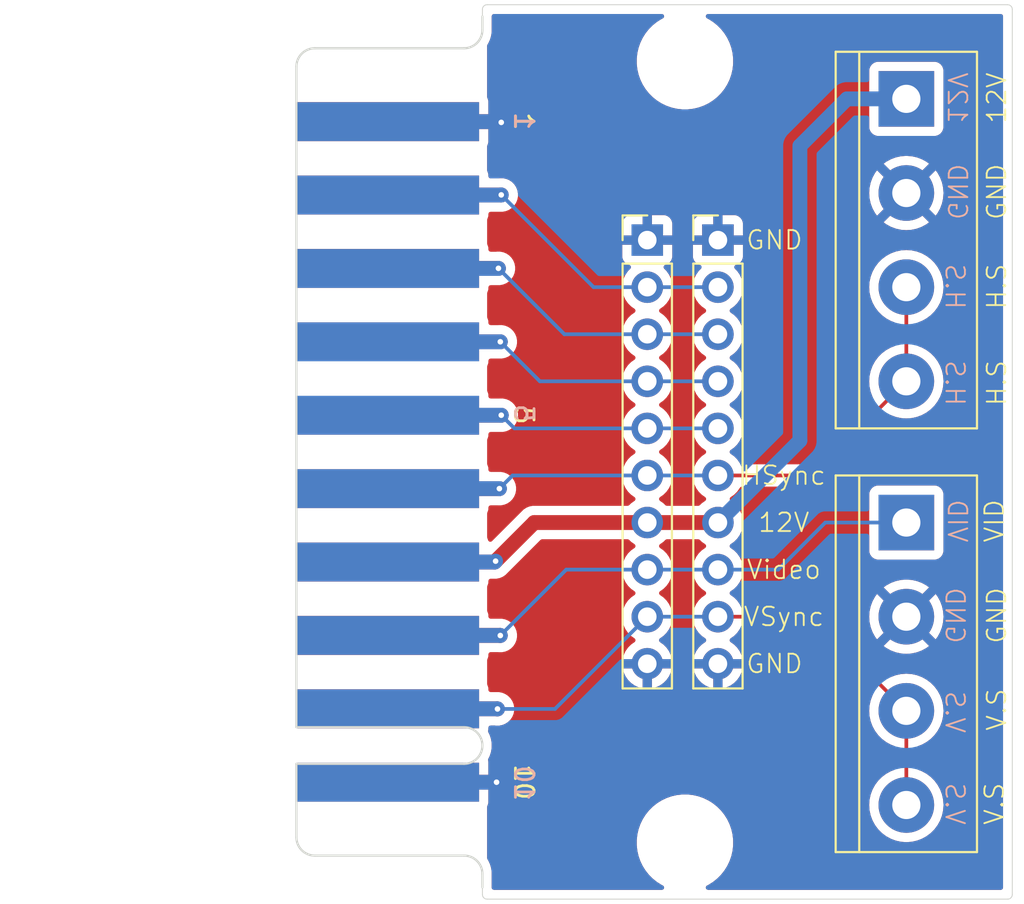
<source format=kicad_pcb>
(kicad_pcb (version 20240108) (generator "pcbnew") (generator_version "8.0")
  (layers (0 "F.Cu" signal) (31 "B.Cu" signal) (34 "B.Paste" user) (35 "F.Paste" user) (36 "B.SilkS" user "B.Silkscreen") (37 "F.SilkS" user "F.Silkscreen") (38 "B.Mask" user) (39 "F.Mask" user) (44 "Edge.Cuts" user))
  (net 0 "")
  (net 1 "GND")
  (net 2 "+12V")
  (net 3 "Net-(J1-Pin_5)")
  (net 4 "Net-(J1-Pin_3)")
  (net 5 "Net-(J1-Pin_2)")
  (net 6 "VIDEO")
  (net 7 "Net-(J1-Pin_4)")
  (net 8 "H.S")
  (net 9 "V.S")
  (footprint "MountingHole:MountingHole_2.2mm_M2" (layer "F.Cu") (at 107.442 71.628)
    (property "Reference" "H1" (hide yes))
    (property "Value" "MountingHole")
    (pad "" np_thru_hole circle (at 0 0) (size 2.2 2.2) (drill 2.2) (layers "*.Cu" "*.Mask"))
  )
  (footprint "TerminalBlock:TerminalBlock_bornier-4_P5.08mm" (layer "F.Cu") (at 119.38 73.66 -90)
    (property "Reference" "J3" (hide yes))
    (property "Value" "Screw_Terminal_01x04")
    (fp_line (start -2.54 3.81) (end 17.78 3.81) (stroke (width 0.12)) (layer "F.SilkS"))
    (fp_line (start 17.78 3.81) (end 17.78 -3.81) (stroke (width 0.12)) (layer "F.SilkS"))
    (fp_line (start 17.78 2.54) (end -2.54 2.54) (stroke (width 0.12)) (layer "F.SilkS"))
    (fp_line (start -2.54 -3.81) (end -2.54 3.81) (stroke (width 0.12)) (layer "F.SilkS"))
    (fp_line (start -2.54 -3.81) (end 17.78 -3.81) (stroke (width 0.12)) (layer "F.SilkS"))
    (pad "1" thru_hole rect (at 0 0 270) (size 3 3) (drill 1.52) (layers "*.Cu" "*.Mask") (net 2 "+12V"))
    (pad "2" thru_hole circle (at 5.08 0 270) (size 3 3) (drill 1.52) (layers "*.Cu" "*.Mask") (net 1 "GND"))
    (pad "3" thru_hole circle (at 10.16 0 270) (size 3 3) (drill 1.52) (layers "*.Cu" "*.Mask") (net 8 "H.S"))
    (pad "4" thru_hole circle (at 15.24 0 270) (size 3 3) (drill 1.52) (layers "*.Cu" "*.Mask") (net 8 "H.S"))
  )
  (footprint "TerminalBlock:TerminalBlock_bornier-4_P5.08mm" (layer "F.Cu") (at 119.38 96.52 -90)
    (property "Reference" "J4" (hide yes))
    (property "Value" "Screw_Terminal_01x04")
    (fp_line (start -2.54 3.81) (end 17.78 3.81) (stroke (width 0.12)) (layer "F.SilkS"))
    (fp_line (start 17.78 3.81) (end 17.78 -3.81) (stroke (width 0.12)) (layer "F.SilkS"))
    (fp_line (start 17.78 2.54) (end -2.54 2.54) (stroke (width 0.12)) (layer "F.SilkS"))
    (fp_line (start -2.54 -3.81) (end -2.54 3.81) (stroke (width 0.12)) (layer "F.SilkS"))
    (fp_line (start -2.54 -3.81) (end 17.78 -3.81) (stroke (width 0.12)) (layer "F.SilkS"))
    (pad "1" thru_hole rect (at 0 0 270) (size 3 3) (drill 1.52) (layers "*.Cu" "*.Mask") (net 6 "VIDEO"))
    (pad "2" thru_hole circle (at 5.08 0 270) (size 3 3) (drill 1.52) (layers "*.Cu" "*.Mask") (net 1 "GND"))
    (pad "3" thru_hole circle (at 10.16 0 270) (size 3 3) (drill 1.52) (layers "*.Cu" "*.Mask") (net 9 "V.S"))
    (pad "4" thru_hole circle (at 15.24 0 270) (size 3 3) (drill 1.52) (layers "*.Cu" "*.Mask") (net 9 "V.S"))
  )
  (footprint "Card_Edge:CRT_P0.156_10P" (layer "F.Cu") (at 91.44 92.71 -90)
    (property "Reference" "J1" (hide yes))
    (property "Value" "Conn_01x10_Pin")
    (fp_line (start 14.85 4.95) (end -20.79 4.95) (stroke (width 0.12)) (layer "Edge.Cuts"))
    (fp_line (start 14.85 4.95) (end 14.85 -4.09) (stroke (width 0.12)) (layer "Edge.Cuts"))
    (fp_line (start 16.83 4.95) (end 20.79 4.95) (stroke (width 0.12)) (layer "Edge.Cuts"))
    (fp_line (start -21.78 3.96) (end -21.78 -4.09) (stroke (width 0.12)) (layer "Edge.Cuts"))
    (fp_line (start 21.78 3.96) (end 21.78 -4.09) (stroke (width 0.12)) (layer "Edge.Cuts"))
    (fp_line (start 16.83 -4.09) (end 16.83 4.95) (stroke (width 0.12)) (layer "Edge.Cuts"))
    (fp_line (start -22.77 -5.08) (end -23.495 -5.08) (stroke (width 0.12)) (layer "Edge.Cuts"))
    (fp_line (start 22.77 -5.08) (end 23.495 -5.08) (stroke (width 0.12)) (layer "Edge.Cuts"))
    (fp_arc (start -20.79 4.95) (mid -21.490036 4.660036) (end -21.78 3.96) (stroke (width 0.12)) (layer "Edge.Cuts"))
    (fp_arc (start 21.78 3.96) (mid 21.490036 4.660036) (end 20.79 4.95) (stroke (width 0.12)) (layer "Edge.Cuts"))
    (fp_arc (start 14.85 -4.09) (mid 15.84 -5.08) (end 16.83 -4.09) (stroke (width 0.12)) (layer "Edge.Cuts"))
    (fp_arc (start 21.78 -4.09) (mid 22.069964 -4.790036) (end 22.77 -5.08) (stroke (width 0.12)) (layer "Edge.Cuts"))
    (fp_arc (start -22.77 -5.08) (mid -22.069964 -4.790036) (end -21.78 -4.09) (stroke (width 0.12)) (layer "Edge.Cuts"))
    (fp_text user "5" (at -1.524 -6.731 -90) (layer "B.SilkS") (effects (justify left bottom mirror)))
    (fp_text user "1" (at -17.272 -6.731 -90) (layer "B.SilkS") (effects (justify left bottom mirror)))
    (fp_text user "10" (at 18.923 -6.731 -90) (layer "B.SilkS") (effects (justify left bottom mirror)))
    (fp_text user "1" (at -18.415 -6.731 -90) (layer "F.SilkS") (effects (justify left bottom)))
    (fp_text user "10" (at 16.764 -6.731 -90) (layer "F.SilkS") (effects (justify left bottom)))
    (fp_text user "5" (at -2.54 -6.731 -90) (layer "F.SilkS") (effects (justify left bottom)))
    (pad "1" connect rect (at -17.82 0 270) (size 2.1 9.8) (layers "F.Cu" "F.Mask") (net 1 "GND"))
    (pad "1" connect rect (at -17.82 0 270) (size 2.1 9.8) (layers "B.Cu" "B.Mask") (net 1 "GND"))
    (pad "2" connect rect (at -13.86 0 270) (size 2.1 9.8) (layers "F.Cu" "F.Mask") (net 5 "Net-(J1-Pin_2)"))
    (pad "2" connect rect (at -13.86 0 270) (size 2.1 9.8) (layers "B.Cu" "B.Mask") (net 5 "Net-(J1-Pin_2)"))
    (pad "3" connect rect (at -9.9 0 270) (size 2.1 9.8) (layers "F.Cu" "F.Mask") (net 4 "Net-(J1-Pin_3)"))
    (pad "3" connect rect (at -9.9 0 270) (size 2.1 9.8) (layers "B.Cu" "B.Mask") (net 4 "Net-(J1-Pin_3)"))
    (pad "4" connect rect (at -5.94 0 270) (size 2.1 9.8) (layers "F.Cu" "F.Mask") (net 7 "Net-(J1-Pin_4)"))
    (pad "4" connect rect (at -5.94 0 270) (size 2.1 9.8) (layers "B.Cu" "B.Mask") (net 7 "Net-(J1-Pin_4)"))
    (pad "5" connect rect (at -1.98 0 270) (size 2.1 9.8) (layers "F.Cu" "F.Mask") (net 3 "Net-(J1-Pin_5)"))
    (pad "5" connect rect (at -1.98 0 270) (size 2.1 9.8) (layers "B.Cu" "B.Mask") (net 3 "Net-(J1-Pin_5)"))
    (pad "6" connect rect (at 1.98 0 270) (size 2.1 9.8) (layers "F.Cu" "F.Mask") (net 8 "H.S"))
    (pad "6" connect rect (at 1.98 0 270) (size 2.1 9.8) (layers "B.Cu" "B.Mask") (net 8 "H.S"))
    (pad "7" connect rect (at 5.94 0 270) (size 2.1 9.8) (layers "F.Cu" "F.Mask") (net 2 "+12V"))
    (pad "7" connect rect (at 5.94 0 270) (size 2.1 9.8) (layers "B.Cu" "B.Mask") (net 2 "+12V"))
    (pad "8" connect rect (at 9.9 0 270) (size 2.1 9.8) (layers "F.Cu" "F.Mask") (net 6 "VIDEO"))
    (pad "8" connect rect (at 9.9 0 270) (size 2.1 9.8) (layers "B.Cu" "B.Mask") (net 6 "VIDEO"))
    (pad "9" connect rect (at 13.86 0 270) (size 2.1 9.8) (layers "F.Cu" "F.Mask") (net 9 "V.S"))
    (pad "9" connect rect (at 13.86 0 270) (size 2.1 9.8) (layers "B.Cu" "B.Mask") (net 9 "V.S"))
    (pad "10" connect rect (at 17.82 0 270) (size 2.1 9.8) (layers "F.Cu" "F.Mask") (net 1 "GND"))
    (pad "10" connect rect (at 17.82 0 270) (size 2.1 9.8) (layers "B.Cu" "B.Mask") (net 1 "GND"))
  )
  (footprint "Connector_PinHeader_2.54mm:PinHeader_1x10_P2.54mm_Vertical" (layer "F.Cu") (at 105.41 81.28)
    (property "Reference" "J5" (hide yes))
    (property "Value" "Conn_01x10_Socket")
    (fp_line (start -1.33 -1.33) (end 0 -1.33) (stroke (width 0.12)) (layer "F.SilkS"))
    (fp_line (start -1.33 0) (end -1.33 -1.33) (stroke (width 0.12)) (layer "F.SilkS"))
    (fp_line (start -1.33 1.27) (end -1.33 24.19) (stroke (width 0.12)) (layer "F.SilkS"))
    (fp_line (start -1.33 1.27) (end 1.33 1.27) (stroke (width 0.12)) (layer "F.SilkS"))
    (fp_line (start -1.33 24.19) (end 1.33 24.19) (stroke (width 0.12)) (layer "F.SilkS"))
    (fp_line (start 1.33 1.27) (end 1.33 24.19) (stroke (width 0.12)) (layer "F.SilkS"))
    (pad "1" thru_hole rect (at 0 0) (size 1.7 1.7) (drill 1) (layers "*.Cu" "*.Mask") (net 1 "GND"))
    (pad "2" thru_hole oval (at 0 2.54) (size 1.7 1.7) (drill 1) (layers "*.Cu" "*.Mask") (net 5 "Net-(J1-Pin_2)"))
    (pad "3" thru_hole oval (at 0 5.08) (size 1.7 1.7) (drill 1) (layers "*.Cu" "*.Mask") (net 4 "Net-(J1-Pin_3)"))
    (pad "4" thru_hole oval (at 0 7.62) (size 1.7 1.7) (drill 1) (layers "*.Cu" "*.Mask") (net 7 "Net-(J1-Pin_4)"))
    (pad "5" thru_hole oval (at 0 10.16) (size 1.7 1.7) (drill 1) (layers "*.Cu" "*.Mask") (net 3 "Net-(J1-Pin_5)"))
    (pad "6" thru_hole oval (at 0 12.7) (size 1.7 1.7) (drill 1) (layers "*.Cu" "*.Mask") (net 8 "H.S"))
    (pad "7" thru_hole oval (at 0 15.24) (size 1.7 1.7) (drill 1) (layers "*.Cu" "*.Mask") (net 2 "+12V"))
    (pad "8" thru_hole oval (at 0 17.78) (size 1.7 1.7) (drill 1) (layers "*.Cu" "*.Mask") (net 6 "VIDEO"))
    (pad "9" thru_hole oval (at 0 20.32) (size 1.7 1.7) (drill 1) (layers "*.Cu" "*.Mask") (net 9 "V.S"))
    (pad "10" thru_hole oval (at 0 22.86) (size 1.7 1.7) (drill 1) (layers "*.Cu" "*.Mask") (net 1 "GND"))
  )
  (footprint "Connector_PinHeader_2.54mm:PinHeader_1x10_P2.54mm_Vertical" (layer "F.Cu") (at 109.22 81.28)
    (property "Reference" "J2" (hide yes))
    (property "Value" "Conn_01x10_Socket")
    (fp_line (start -1.33 -1.33) (end 0 -1.33) (stroke (width 0.12)) (layer "F.SilkS"))
    (fp_line (start -1.33 0) (end -1.33 -1.33) (stroke (width 0.12)) (layer "F.SilkS"))
    (fp_line (start -1.33 1.27) (end -1.33 24.19) (stroke (width 0.12)) (layer "F.SilkS"))
    (fp_line (start -1.33 1.27) (end 1.33 1.27) (stroke (width 0.12)) (layer "F.SilkS"))
    (fp_line (start -1.33 24.19) (end 1.33 24.19) (stroke (width 0.12)) (layer "F.SilkS"))
    (fp_line (start 1.33 1.27) (end 1.33 24.19) (stroke (width 0.12)) (layer "F.SilkS"))
    (pad "1" thru_hole rect (at 0 0) (size 1.7 1.7) (drill 1) (layers "*.Cu" "*.Mask") (net 1 "GND"))
    (pad "2" thru_hole oval (at 0 2.54) (size 1.7 1.7) (drill 1) (layers "*.Cu" "*.Mask") (net 5 "Net-(J1-Pin_2)"))
    (pad "3" thru_hole oval (at 0 5.08) (size 1.7 1.7) (drill 1) (layers "*.Cu" "*.Mask") (net 4 "Net-(J1-Pin_3)"))
    (pad "4" thru_hole oval (at 0 7.62) (size 1.7 1.7) (drill 1) (layers "*.Cu" "*.Mask") (net 7 "Net-(J1-Pin_4)"))
    (pad "5" thru_hole oval (at 0 10.16) (size 1.7 1.7) (drill 1) (layers "*.Cu" "*.Mask") (net 3 "Net-(J1-Pin_5)"))
    (pad "6" thru_hole oval (at 0 12.7) (size 1.7 1.7) (drill 1) (layers "*.Cu" "*.Mask") (net 8 "H.S"))
    (pad "7" thru_hole oval (at 0 15.24) (size 1.7 1.7) (drill 1) (layers "*.Cu" "*.Mask") (net 2 "+12V"))
    (pad "8" thru_hole oval (at 0 17.78) (size 1.7 1.7) (drill 1) (layers "*.Cu" "*.Mask") (net 6 "VIDEO"))
    (pad "9" thru_hole oval (at 0 20.32) (size 1.7 1.7) (drill 1) (layers "*.Cu" "*.Mask") (net 9 "V.S"))
    (pad "10" thru_hole oval (at 0 22.86) (size 1.7 1.7) (drill 1) (layers "*.Cu" "*.Mask") (net 1 "GND"))
  )
  (footprint "MountingHole:MountingHole_2.2mm_M2" (layer "F.Cu") (at 107.442 113.792)
    (property "Reference" "H2" (hide yes))
    (property "Value" "MountingHole" (hide yes))
    (pad "" np_thru_hole circle (at 0 0) (size 2.2 2.2) (drill 2.2) (layers "*.Cu" "*.Mask"))
  )
  (gr_arc (start 124.841 68.58) (mid 125.020605 68.654395) (end 125.095 68.834) (stroke (width 0.05)) (layer "Edge.Cuts"))
  (gr_line (start 125.095 68.834) (end 125.095 116.586) (stroke (width 0.05)) (layer "Edge.Cuts"))
  (gr_arc (start 96.52 68.834) (mid 96.594395 68.654395) (end 96.774 68.58) (stroke (width 0.05)) (layer "Edge.Cuts"))
  (gr_arc (start 96.774 116.84) (mid 96.594395 116.765605) (end 96.52 116.586) (stroke (width 0.05)) (layer "Edge.Cuts"))
  (gr_line (start 96.774 68.58) (end 124.841 68.58) (stroke (width 0.05)) (layer "Edge.Cuts"))
  (gr_line (start 96.774 116.84) (end 124.841 116.84) (stroke (width 0.05)) (layer "Edge.Cuts"))
  (gr_line (start 96.52 116.205) (end 96.52 116.586) (stroke (width 0.05)) (layer "Edge.Cuts"))
  (gr_line (start 96.52 69.215) (end 96.52 68.834) (stroke (width 0.05)) (layer "Edge.Cuts"))
  (gr_arc (start 125.095 116.586) (mid 125.020605 116.765605) (end 124.841 116.84) (stroke (width 0.05)) (layer "Edge.Cuts"))
  (gr_text "V.S" (at 121.412 107.95 -90) (layer "B.SilkS") (effects (font (size 1 1) (thickness 0.1)) (justify left bottom mirror)))
  (gr_text "V.S" (at 121.412 112.903 -90) (layer "B.SilkS") (effects (font (size 1 1) (thickness 0.1)) (justify left bottom mirror)))
  (gr_text "12V" (at 121.539 75.057 -90) (layer "B.SilkS") (effects (font (size 1 1) (thickness 0.1)) (justify left bottom mirror)))
  (gr_text "VID" (at 121.539 97.663 270) (layer "B.SilkS") (effects (font (size 1 1) (thickness 0.1)) (justify left bottom mirror)))
  (gr_text "H.S" (at 121.412 85.09 -90) (layer "B.SilkS") (effects (font (size 1 1) (thickness 0.1)) (justify left bottom mirror)))
  (gr_text "H.S" (at 121.412 90.297 -90) (layer "B.SilkS") (effects (font (size 1 1) (thickness 0.1)) (justify left bottom mirror)))
  (gr_text "GND" (at 121.539 80.264 -90) (layer "B.SilkS") (effects (font (size 1 1) (thickness 0.1)) (justify left bottom mirror)))
  (gr_text "GND" (at 121.412 103.124 -90) (layer "B.SilkS") (effects (font (size 1 1) (thickness 0.1)) (justify left bottom mirror)))
  (gr_text "12V" (at 112.776 96.52 0) (layer "F.SilkS") (effects (font (size 1 1) (thickness 0.1))))
  (gr_text "GND" (at 124.841 103.124 90) (layer "F.SilkS") (effects (font (size 1 1) (thickness 0.1)) (justify left bottom)))
  (gr_text "GND" (at 124.841 80.264 90) (layer "F.SilkS") (effects (font (size 1 1) (thickness 0.1)) (justify left bottom)))
  (gr_text "VSync" (at 112.776 101.6 0) (layer "F.SilkS") (effects (font (size 1 1) (thickness 0.1))))
  (gr_text "GND" (at 112.268 81.28 0) (layer "F.SilkS") (effects (font (size 1 1) (thickness 0.1))))
  (gr_text "GND" (at 112.268 104.14 0) (layer "F.SilkS") (effects (font (size 1 1) (thickness 0.1))))
  (gr_text "VID" (at 124.714 97.663 90) (layer "F.SilkS") (effects (font (size 1 1) (thickness 0.1)) (justify left bottom)))
  (gr_text "Video" (at 112.776 99.06 0) (layer "F.SilkS") (effects (font (size 1 1) (thickness 0.1))))
  (gr_text "V.S" (at 124.714 112.903 90) (layer "F.SilkS") (effects (font (size 1 1) (thickness 0.1)) (justify left bottom)))
  (gr_text "V.S" (at 124.841 107.823 90) (layer "F.SilkS") (effects (font (size 1 1) (thickness 0.1)) (justify left bottom)))
  (gr_text "12V" (at 124.841 75.057 90) (layer "F.SilkS") (effects (font (size 1 1) (thickness 0.1)) (justify left bottom)))
  (gr_text "HSync" (at 112.776 93.98 0) (layer "F.SilkS") (effects (font (size 1 1) (thickness 0.1))))
  (gr_text "H.S" (at 124.841 90.297 90) (layer "F.SilkS") (effects (font (size 1 1) (thickness 0.1)) (justify left bottom)))
  (gr_text "H.S" (at 124.841 85.09 90) (layer "F.SilkS") (effects (font (size 1 1) (thickness 0.1)) (justify left bottom)))
  (segment (start 97.282 110.53) (end 91.44 110.53) (width 0.8) (layer "F.Cu") (net 1))
  (segment (start 91.44 74.89) (end 97.496 74.89) (width 0.8) (layer "F.Cu") (net 1))
  (segment (start 97.496 74.89) (end 97.536 74.93) (width 0.8) (layer "F.Cu") (net 1))
  (via (at 97.282 110.53) (size 0.6) (drill 0.3) (layers "F.Cu" "B.Cu") (net 1))
  (via (at 97.536 74.93) (size 0.6) (drill 0.3) (layers "F.Cu" "B.Cu") (net 1))
  (segment (start 91.44 74.89) (end 97.496 74.89) (width 0.8) (layer "B.Cu") (net 1))
  (segment (start 97.282 110.53) (end 91.44 110.53) (width 0.8) (layer "B.Cu") (net 1))
  (segment (start 99.314 96.52) (end 105.41 96.52) (width 0.8) (layer "F.Cu") (net 2))
  (segment (start 91.44 98.65) (end 97.184 98.65) (width 0.8) (layer "F.Cu") (net 2))
  (segment (start 105.41 96.52) (end 109.22 96.52) (width 0.8) (layer "F.Cu") (net 2))
  (segment (start 97.2312 98.6028) (end 99.314 96.52) (width 0.8) (layer "F.Cu") (net 2))
  (segment (start 97.184 98.65) (end 97.2312 98.6028) (width 0.8) (layer "F.Cu") (net 2))
  (via (at 97.2312 98.6028) (size 0.6) (drill 0.3) (layers "F.Cu" "B.Cu") (net 2))
  (segment (start 109.22 96.52) (end 113.6396 92.1004) (width 0.8) (layer "B.Cu") (net 2))
  (segment (start 97.184 98.65) (end 97.2312 98.6028) (width 0.8) (layer "B.Cu") (net 2))
  (segment (start 113.6396 76.2) (end 116.1796 73.66) (width 0.8) (layer "B.Cu") (net 2))
  (segment (start 116.1796 73.66) (end 119.38 73.66) (width 0.8) (layer "B.Cu") (net 2))
  (segment (start 91.44 98.65) (end 97.184 98.65) (width 0.8) (layer "B.Cu") (net 2))
  (segment (start 113.6396 92.1004) (end 113.6396 76.2) (width 0.8) (layer "B.Cu") (net 2))
  (segment (start 91.44 90.73) (end 97.5348 90.73) (width 0.8) (layer "F.Cu") (net 3))
  (segment (start 97.5348 90.73) (end 97.536 90.7288) (width 0.8) (layer "F.Cu") (net 3))
  (via (at 97.536 90.7288) (size 0.6) (drill 0.3) (layers "F.Cu" "B.Cu") (net 3))
  (segment (start 98.2472 91.44) (end 97.536 90.7288) (width 0.2) (layer "B.Cu") (net 3))
  (segment (start 91.44 90.73) (end 97.5348 90.73) (width 0.8) (layer "B.Cu") (net 3))
  (segment (start 97.5348 90.73) (end 97.536 90.7288) (width 0.8) (layer "B.Cu") (net 3))
  (segment (start 105.41 91.44) (end 98.2472 91.44) (width 0.2) (layer "B.Cu") (net 3))
  (segment (start 105.41 91.44) (end 109.22 91.44) (width 0.2) (layer "B.Cu") (net 3))
  (segment (start 97.3776 82.81) (end 97.3836 82.804) (width 0.8) (layer "F.Cu") (net 4))
  (segment (start 91.44 82.81) (end 97.3776 82.81) (width 0.8) (layer "F.Cu") (net 4))
  (via (at 97.3836 82.804) (size 0.6) (drill 0.3) (layers "F.Cu" "B.Cu") (net 4))
  (segment (start 105.41 86.36) (end 100.9396 86.36) (width 0.2) (layer "B.Cu") (net 4))
  (segment (start 91.44 82.81) (end 97.3776 82.81) (width 0.8) (layer "B.Cu") (net 4))
  (segment (start 100.9396 86.36) (end 97.3836 82.804) (width 0.2) (layer "B.Cu") (net 4))
  (segment (start 109.22 86.36) (end 105.41 86.36) (width 0.2) (layer "B.Cu") (net 4))
  (segment (start 97.3776 82.81) (end 97.3836 82.804) (width 0.8) (layer "B.Cu") (net 4))
  (segment (start 91.44 78.85) (end 97.5276 78.85) (width 0.8) (layer "F.Cu") (net 5))
  (segment (start 97.5276 78.85) (end 97.536 78.8416) (width 0.8) (layer "F.Cu") (net 5))
  (via (at 97.536 78.8416) (size 0.6) (drill 0.3) (layers "F.Cu" "B.Cu") (net 5))
  (segment (start 105.41 83.82) (end 102.5144 83.82) (width 0.2) (layer "B.Cu") (net 5))
  (segment (start 102.5144 83.82) (end 97.536 78.8416) (width 0.2) (layer "B.Cu") (net 5))
  (segment (start 97.5276 78.85) (end 97.536 78.8416) (width 0.8) (layer "B.Cu") (net 5))
  (segment (start 109.22 83.82) (end 105.41 83.82) (width 0.2) (layer "B.Cu") (net 5))
  (segment (start 91.44 78.85) (end 97.5276 78.85) (width 0.8) (layer "B.Cu") (net 5))
  (segment (start 91.44 102.61) (end 97.4792 102.61) (width 0.8) (layer "F.Cu") (net 6))
  (segment (start 97.4792 102.61) (end 97.4852 102.616) (width 0.8) (layer "F.Cu") (net 6))
  (via (at 97.4852 102.616) (size 0.6) (drill 0.3) (layers "F.Cu" "B.Cu") (net 6))
  (segment (start 97.4852 102.616) (end 97.4792 102.61) (width 0.8) (layer "B.Cu") (net 6))
  (segment (start 105.41 99.06) (end 101.0412 99.06) (width 0.2) (layer "B.Cu") (net 6))
  (segment (start 91.44 102.61) (end 97.4792 102.61) (width 0.8) (layer "B.Cu") (net 6))
  (segment (start 109.22 99.06) (end 112.4712 99.06) (width 0.2) (layer "B.Cu") (net 6))
  (segment (start 112.4712 99.06) (end 115.0112 96.52) (width 0.2) (layer "B.Cu") (net 6))
  (segment (start 101.0412 99.06) (end 97.4852 102.616) (width 0.2) (layer "B.Cu") (net 6))
  (segment (start 105.41 99.06) (end 109.22 99.06) (width 0.2) (layer "B.Cu") (net 6))
  (segment (start 115.0112 96.52) (end 119.38 96.52) (width 0.2) (layer "B.Cu") (net 6))
  (segment (start 97.4816 86.77) (end 97.4852 86.7664) (width 0.8) (layer "F.Cu") (net 7))
  (segment (start 91.44 86.77) (end 97.4816 86.77) (width 0.8) (layer "F.Cu") (net 7))
  (via (at 97.4852 86.7664) (size 0.6) (drill 0.3) (layers "F.Cu" "B.Cu") (net 7))
  (segment (start 91.44 86.77) (end 97.4816 86.77) (width 0.8) (layer "B.Cu") (net 7))
  (segment (start 97.4816 86.77) (end 97.4852 86.7664) (width 0.8) (layer "B.Cu") (net 7))
  (segment (start 109.22 88.9) (end 105.41 88.9) (width 0.2) (layer "B.Cu") (net 7))
  (segment (start 99.6188 88.9) (end 97.4852 86.7664) (width 0.2) (layer "B.Cu") (net 7))
  (segment (start 105.41 88.9) (end 99.6188 88.9) (width 0.2) (layer "B.Cu") (net 7))
  (segment (start 97.4332 94.69) (end 97.4344 94.6912) (width 0.8) (layer "F.Cu") (net 8))
  (segment (start 91.44 94.69) (end 97.4332 94.69) (width 0.8) (layer "F.Cu") (net 8))
  (segment (start 109.22 93.98) (end 114.3 93.98) (width 0.2) (layer "F.Cu") (net 8))
  (segment (start 119.38 88.9) (end 119.38 83.82) (width 0.2) (layer "F.Cu") (net 8))
  (segment (start 114.3 93.98) (end 119.38 88.9) (width 0.2) (layer "F.Cu") (net 8))
  (via (at 97.4344 94.6912) (size 0.6) (drill 0.3) (layers "F.Cu" "B.Cu") (net 8))
  (segment (start 98.1456 93.98) (end 97.4344 94.6912) (width 0.2) (layer "B.Cu") (net 8))
  (segment (start 105.41 93.98) (end 109.22 93.98) (width 0.2) (layer "B.Cu") (net 8))
  (segment (start 105.41 93.98) (end 98.1456 93.98) (width 0.2) (layer "B.Cu") (net 8))
  (segment (start 91.44 94.69) (end 97.4344 94.6912) (width 0.8) (layer "B.Cu") (net 8))
  (segment (start 97.4344 94.6912) (end 97.4356 94.69) (width 0.8) (layer "B.Cu") (net 8))
  (segment (start 91.44 106.57) (end 97.3244 106.57) (width 0.8) (layer "F.Cu") (net 9))
  (segment (start 97.3244 106.57) (end 97.3328 106.5784) (width 0.8) (layer "F.Cu") (net 9))
  (segment (start 119.38 106.68) (end 119.38 111.76) (width 0.2) (layer "F.Cu") (net 9))
  (segment (start 114.3 101.6) (end 109.22 101.6) (width 0.2) (layer "F.Cu") (net 9))
  (segment (start 119.38 106.68) (end 114.3 101.6) (width 0.2) (layer "F.Cu") (net 9))
  (via (at 97.3328 106.5784) (size 0.6) (drill 0.3) (layers "F.Cu" "B.Cu") (net 9))
  (segment (start 105.41 101.6) (end 100.4316 106.5784) (width 0.2) (layer "B.Cu") (net 9))
  (segment (start 100.4316 106.5784) (end 97.3328 106.5784) (width 0.2) (layer "B.Cu") (net 9))
  (segment (start 105.41 101.6) (end 109.22 101.6) (width 0.2) (layer "B.Cu") (net 9))
  (segment (start 97.3328 106.5784) (end 97.3244 106.57) (width 0.8) (layer "B.Cu") (net 9))
  (segment (start 91.44 106.57) (end 97.3244 106.57) (width 0.8) (layer "B.Cu") (net 9))
  (zone (net 1) (net_name "GND") (layers "F&B.Cu") (connect_pads (clearance 0.5)) (min_thickness 0.25) (fill yes (thermal_gap 0.5) (thermal_bridge_width 0.5))
    (polygon (pts (xy 125.73 68.326) (xy 125.73 117.094) (xy 96.774 117.094) (xy 96.774 68.326)))
  )
)
</source>
